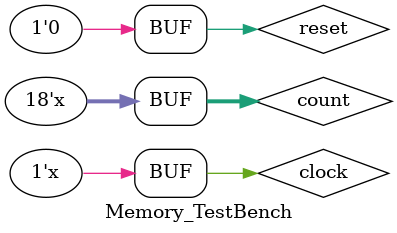
<source format=v>
module Memory_TestBench;
  //ouD_add, inD, in_adrs, clk, rst, re_en, wr_en
  reg clock, reset, enR, enW;
  reg[17:0] count;
  reg[17:0] dataIn;
  reg[12:0] dataAddr;
  wire[17:0] dataOut;
  
  initial begin
     dataIn = 18'd10;   // start with dataIn = 10;
     dataAddr = 13'd0;  // start at address 0
     enW = 1;           // intial Write
     enR = 0;   
     reset = 0;
     count = 0;
     clock = 0;   
  end
  
  always begin
    #5 clock = !clock;
  end
  
  always begin
    
    #10 count = count + 1;
    
    if( count == 50 ) begin
        enW = 1'b0;                 // the switch
        enR = 1'b1;
        dataAddr = 0;                // reset to the first address
        dataIn = 0;                  // no need for data in
    end
    
    if( enR == 1 ) begin
      #10 dataIn = 0;
      #10 dataAddr = dataAddr + 1;  // increment the address we're reading/writing
    end
    
    #10 dataAddr = dataAddr + 1;
    #10 dataIn = dataIn + 1;
    
  end
    
  // insert instance
  //ouD_add, inD, in_adrs, clk, rst, re_en, wr_en
  Memory U0 (
  .ouD_add(dataOut), 
  .inD(dataIn), 
  .in_adrs(dataAddr), 
  .clk(clock), 
  .rst(reset), 
  .re_en(enR),
  .wr_en(enW)
  );
  
endmodule
</source>
